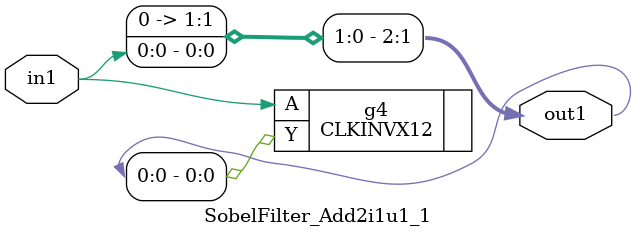
<source format=v>
`timescale 1ps / 1ps


module SobelFilter_Add2i1u1_1(in1, out1);
  input in1;
  output [2:0] out1;
  wire in1;
  wire [2:0] out1;
  assign out1[1] = in1;
  assign out1[2] = 1'b0;
  CLKINVX12 g4(.A (in1), .Y (out1[0]));
endmodule



</source>
